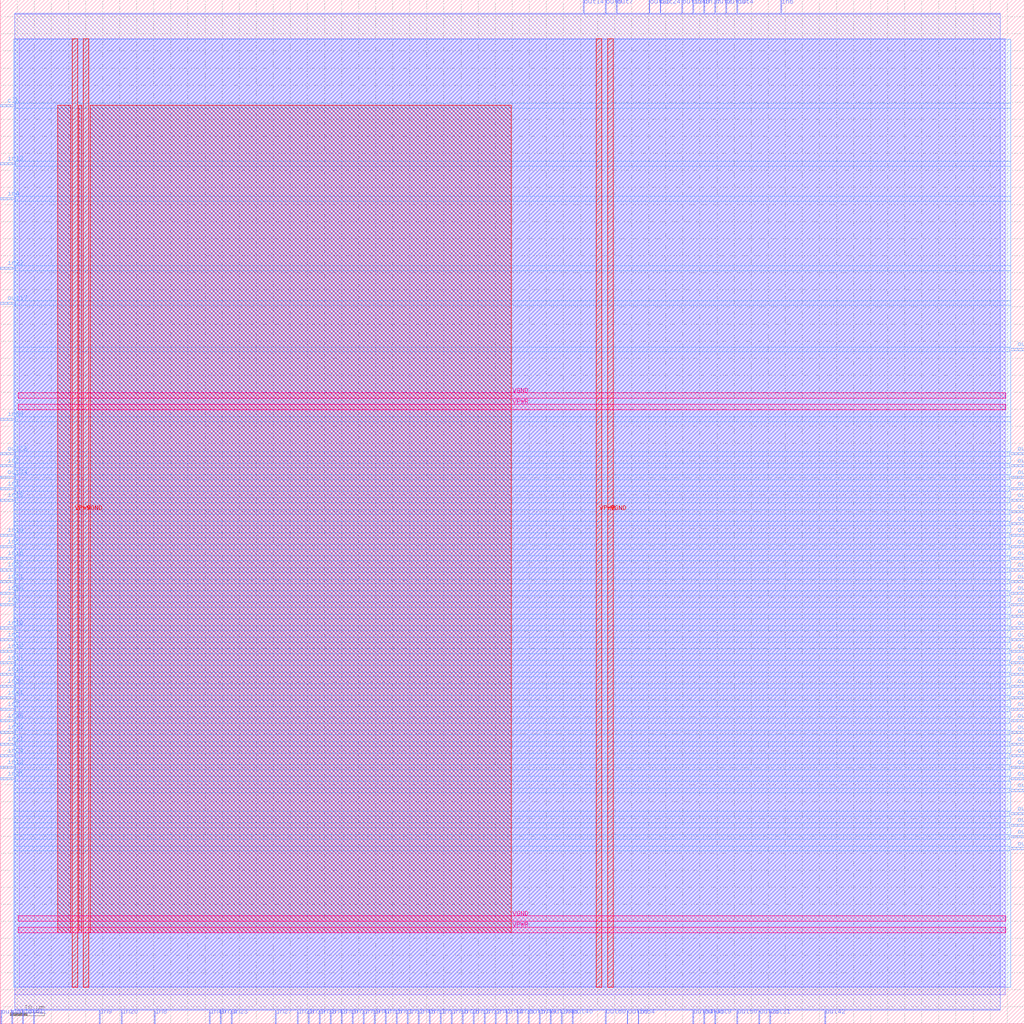
<source format=lef>
VERSION 5.7 ;
  NOWIREEXTENSIONATPIN ON ;
  DIVIDERCHAR "/" ;
  BUSBITCHARS "[]" ;
MACRO netlist_0
  CLASS BLOCK ;
  FOREIGN netlist_0 ;
  ORIGIN 0.000 0.000 ;
  SIZE 300.000 BY 300.000 ;
  PIN VGND
    DIRECTION INOUT ;
    USE GROUND ;
    PORT
      LAYER met4 ;
        RECT 24.340 10.640 25.940 288.560 ;
    END
    PORT
      LAYER met4 ;
        RECT 177.940 10.640 179.540 288.560 ;
    END
    PORT
      LAYER met5 ;
        RECT 5.280 30.030 294.640 31.630 ;
    END
    PORT
      LAYER met5 ;
        RECT 5.280 183.210 294.640 184.810 ;
    END
  END VGND
  PIN VPWR
    DIRECTION INOUT ;
    USE POWER ;
    PORT
      LAYER met4 ;
        RECT 21.040 10.640 22.640 288.560 ;
    END
    PORT
      LAYER met4 ;
        RECT 174.640 10.640 176.240 288.560 ;
    END
    PORT
      LAYER met5 ;
        RECT 5.280 26.730 294.640 28.330 ;
    END
    PORT
      LAYER met5 ;
        RECT 5.280 179.910 294.640 181.510 ;
    END
  END VPWR
  PIN clk
    DIRECTION INPUT ;
    USE SIGNAL ;
    ANTENNAGATEAREA 0.852000 ;
    ANTENNADIFFAREA 0.434700 ;
    PORT
      LAYER met3 ;
        RECT 0.000 268.640 4.000 269.240 ;
    END
  END clk
  PIN in0
    DIRECTION INPUT ;
    USE SIGNAL ;
    ANTENNAGATEAREA 0.426000 ;
    ANTENNADIFFAREA 0.434700 ;
    PORT
      LAYER met3 ;
        RECT 0.000 122.440 4.000 123.040 ;
    END
  END in0
  PIN in1
    DIRECTION INPUT ;
    USE SIGNAL ;
    ANTENNAGATEAREA 0.742500 ;
    ANTENNADIFFAREA 0.434700 ;
    PORT
      LAYER met3 ;
        RECT 0.000 156.440 4.000 157.040 ;
    END
  END in1
  PIN in10
    DIRECTION INPUT ;
    USE SIGNAL ;
    ANTENNAGATEAREA 0.196500 ;
    ANTENNADIFFAREA 0.434700 ;
    PORT
      LAYER met3 ;
        RECT 0.000 115.640 4.000 116.240 ;
    END
  END in10
  PIN in11
    DIRECTION INPUT ;
    USE SIGNAL ;
    ANTENNAGATEAREA 0.213000 ;
    ANTENNADIFFAREA 0.434700 ;
    PORT
      LAYER met3 ;
        RECT 0.000 105.440 4.000 106.040 ;
    END
  END in11
  PIN in12
    DIRECTION INPUT ;
    USE SIGNAL ;
    ANTENNAGATEAREA 0.159000 ;
    ANTENNADIFFAREA 0.434700 ;
    PORT
      LAYER met3 ;
        RECT 0.000 74.840 4.000 75.440 ;
    END
  END in12
  PIN in13
    DIRECTION INPUT ;
    USE SIGNAL ;
    ANTENNAGATEAREA 0.426000 ;
    ANTENNADIFFAREA 0.434700 ;
    PORT
      LAYER met3 ;
        RECT 0.000 251.640 4.000 252.240 ;
    END
  END in13
  PIN in14
    DIRECTION INPUT ;
    USE SIGNAL ;
    ANTENNAGATEAREA 0.196500 ;
    ANTENNADIFFAREA 0.434700 ;
    PORT
      LAYER met3 ;
        RECT 0.000 102.040 4.000 102.640 ;
    END
  END in14
  PIN in15
    DIRECTION INPUT ;
    USE SIGNAL ;
    ANTENNAGATEAREA 0.213000 ;
    ANTENNADIFFAREA 0.434700 ;
    PORT
      LAYER met3 ;
        RECT 0.000 153.040 4.000 153.640 ;
    END
  END in15
  PIN in16
    DIRECTION INPUT ;
    USE SIGNAL ;
    ANTENNAGATEAREA 0.196500 ;
    ANTENNADIFFAREA 0.434700 ;
    PORT
      LAYER met3 ;
        RECT 0.000 136.040 4.000 136.640 ;
    END
  END in16
  PIN in17
    DIRECTION INPUT ;
    USE SIGNAL ;
    ANTENNAGATEAREA 0.742500 ;
    ANTENNADIFFAREA 0.434700 ;
    PORT
      LAYER met2 ;
        RECT 206.170 296.000 206.450 300.000 ;
    END
  END in17
  PIN in18
    DIRECTION INPUT ;
    USE SIGNAL ;
    ANTENNAGATEAREA 0.159000 ;
    ANTENNADIFFAREA 0.434700 ;
    PORT
      LAYER met3 ;
        RECT 0.000 142.840 4.000 143.440 ;
    END
  END in18
  PIN in19
    DIRECTION INPUT ;
    USE SIGNAL ;
    ANTENNAGATEAREA 0.159000 ;
    ANTENNADIFFAREA 0.434700 ;
    PORT
      LAYER met3 ;
        RECT 0.000 108.840 4.000 109.440 ;
    END
  END in19
  PIN in2
    DIRECTION INPUT ;
    USE SIGNAL ;
    ANTENNAGATEAREA 0.495000 ;
    ANTENNADIFFAREA 0.434700 ;
    PORT
      LAYER met3 ;
        RECT 0.000 112.240 4.000 112.840 ;
    END
  END in2
  PIN in20
    DIRECTION INPUT ;
    USE SIGNAL ;
    ANTENNAGATEAREA 0.426000 ;
    ANTENNADIFFAREA 0.434700 ;
    PORT
      LAYER met2 ;
        RECT 35.510 0.000 35.790 4.000 ;
    END
  END in20
  PIN in21
    DIRECTION INPUT ;
    USE SIGNAL ;
    ANTENNAGATEAREA 0.196500 ;
    ANTENNADIFFAREA 0.434700 ;
    PORT
      LAYER met3 ;
        RECT 0.000 81.640 4.000 82.240 ;
    END
  END in21
  PIN in22
    DIRECTION INPUT ;
    USE SIGNAL ;
    ANTENNAGATEAREA 0.495000 ;
    ANTENNADIFFAREA 0.434700 ;
    PORT
      LAYER met3 ;
        RECT 0.000 221.040 4.000 221.640 ;
    END
  END in22
  PIN in23
    DIRECTION INPUT ;
    USE SIGNAL ;
    ANTENNAGATEAREA 0.213000 ;
    ANTENNADIFFAREA 0.434700 ;
    PORT
      LAYER met2 ;
        RECT 67.710 0.000 67.990 4.000 ;
    END
  END in23
  PIN in24
    DIRECTION INPUT ;
    USE SIGNAL ;
    ANTENNAGATEAREA 0.213000 ;
    ANTENNADIFFAREA 0.434700 ;
    PORT
      LAYER met3 ;
        RECT 0.000 78.240 4.000 78.840 ;
    END
  END in24
  PIN in25
    DIRECTION INPUT ;
    USE SIGNAL ;
    ANTENNAGATEAREA 0.196500 ;
    ANTENNADIFFAREA 0.434700 ;
    PORT
      LAYER met3 ;
        RECT 0.000 71.440 4.000 72.040 ;
    END
  END in25
  PIN in26
    DIRECTION INPUT ;
    USE SIGNAL ;
    ANTENNAGATEAREA 0.196500 ;
    ANTENNADIFFAREA 0.434700 ;
    PORT
      LAYER met2 ;
        RECT 135.330 0.000 135.610 4.000 ;
    END
  END in26
  PIN in27
    DIRECTION INPUT ;
    USE SIGNAL ;
    ANTENNAGATEAREA 0.196500 ;
    ANTENNADIFFAREA 0.434700 ;
    PORT
      LAYER met2 ;
        RECT 80.590 0.000 80.870 4.000 ;
    END
  END in27
  PIN in28
    DIRECTION INPUT ;
    USE SIGNAL ;
    ANTENNAGATEAREA 0.247500 ;
    ANTENNADIFFAREA 0.434700 ;
    PORT
      LAYER met2 ;
        RECT 87.030 0.000 87.310 4.000 ;
    END
  END in28
  PIN in29
    DIRECTION INPUT ;
    USE SIGNAL ;
    ANTENNAGATEAREA 0.196500 ;
    ANTENNADIFFAREA 0.434700 ;
    PORT
      LAYER met3 ;
        RECT 0.000 85.040 4.000 85.640 ;
    END
  END in29
  PIN in3
    DIRECTION INPUT ;
    USE SIGNAL ;
    ANTENNAGATEAREA 0.196500 ;
    ANTENNADIFFAREA 0.434700 ;
    PORT
      LAYER met3 ;
        RECT 0.000 163.240 4.000 163.840 ;
    END
  END in3
  PIN in30
    DIRECTION INPUT ;
    USE SIGNAL ;
    ANTENNAGATEAREA 0.196500 ;
    ANTENNADIFFAREA 0.434700 ;
    PORT
      LAYER met3 ;
        RECT 0.000 98.640 4.000 99.240 ;
    END
  END in30
  PIN in31
    DIRECTION INPUT ;
    USE SIGNAL ;
    ANTENNAGATEAREA 0.213000 ;
    ANTENNADIFFAREA 0.434700 ;
    PORT
      LAYER met3 ;
        RECT 0.000 129.240 4.000 129.840 ;
    END
  END in31
  PIN in32
    DIRECTION INPUT ;
    USE SIGNAL ;
    ANTENNAGATEAREA 0.213000 ;
    ANTENNADIFFAREA 0.434700 ;
    PORT
      LAYER met2 ;
        RECT 141.770 0.000 142.050 4.000 ;
    END
  END in32
  PIN in33
    DIRECTION INPUT ;
    USE SIGNAL ;
    ANTENNAGATEAREA 0.196500 ;
    ANTENNADIFFAREA 0.434700 ;
    PORT
      LAYER met3 ;
        RECT 0.000 132.640 4.000 133.240 ;
    END
  END in33
  PIN in34
    DIRECTION INPUT ;
    USE SIGNAL ;
    ANTENNAGATEAREA 0.426000 ;
    ANTENNADIFFAREA 0.434700 ;
    PORT
      LAYER met2 ;
        RECT 64.490 0.000 64.770 4.000 ;
    END
  END in34
  PIN in35
    DIRECTION INPUT ;
    USE SIGNAL ;
    ANTENNAGATEAREA 0.196500 ;
    ANTENNADIFFAREA 0.434700 ;
    PORT
      LAYER met2 ;
        RECT 151.430 0.000 151.710 4.000 ;
    END
  END in35
  PIN in36
    DIRECTION INPUT ;
    USE SIGNAL ;
    ANTENNAGATEAREA 0.196500 ;
    ANTENNADIFFAREA 0.434700 ;
    PORT
      LAYER met3 ;
        RECT 0.000 88.440 4.000 89.040 ;
    END
  END in36
  PIN in37
    DIRECTION INPUT ;
    USE SIGNAL ;
    ANTENNAGATEAREA 0.213000 ;
    ANTENNADIFFAREA 0.434700 ;
    PORT
      LAYER met2 ;
        RECT 103.130 0.000 103.410 4.000 ;
    END
  END in37
  PIN in38
    DIRECTION INPUT ;
    USE SIGNAL ;
    ANTENNAGATEAREA 0.213000 ;
    ANTENNADIFFAREA 0.434700 ;
    PORT
      LAYER met2 ;
        RECT 93.470 0.000 93.750 4.000 ;
    END
  END in38
  PIN in39
    DIRECTION INPUT ;
    USE SIGNAL ;
    ANTENNAGATEAREA 0.426000 ;
    ANTENNADIFFAREA 0.434700 ;
    PORT
      LAYER met2 ;
        RECT 90.250 0.000 90.530 4.000 ;
    END
  END in39
  PIN in4
    DIRECTION INPUT ;
    USE SIGNAL ;
    ANTENNAGATEAREA 0.426000 ;
    ANTENNADIFFAREA 0.434700 ;
    PORT
      LAYER met3 ;
        RECT 0.000 241.440 4.000 242.040 ;
    END
  END in4
  PIN in40
    DIRECTION INPUT ;
    USE SIGNAL ;
    ANTENNAGATEAREA 0.213000 ;
    ANTENNADIFFAREA 0.434700 ;
    PORT
      LAYER met2 ;
        RECT 61.270 0.000 61.550 4.000 ;
    END
  END in40
  PIN in41
    DIRECTION INPUT ;
    USE SIGNAL ;
    ANTENNAGATEAREA 0.196500 ;
    ANTENNADIFFAREA 0.434700 ;
    PORT
      LAYER met3 ;
        RECT 0.000 95.240 4.000 95.840 ;
    END
  END in41
  PIN in42
    DIRECTION INPUT ;
    USE SIGNAL ;
    ANTENNAGATEAREA 0.196500 ;
    ANTENNADIFFAREA 0.434700 ;
    PORT
      LAYER met2 ;
        RECT 144.990 0.000 145.270 4.000 ;
    END
  END in42
  PIN in43
    DIRECTION INPUT ;
    USE SIGNAL ;
    ANTENNAGATEAREA 0.196500 ;
    ANTENNADIFFAREA 0.434700 ;
    PORT
      LAYER met2 ;
        RECT 96.690 0.000 96.970 4.000 ;
    END
  END in43
  PIN in44
    DIRECTION INPUT ;
    USE SIGNAL ;
    ANTENNAGATEAREA 0.159000 ;
    ANTENNADIFFAREA 0.434700 ;
    PORT
      LAYER met2 ;
        RECT 148.210 0.000 148.490 4.000 ;
    END
  END in44
  PIN in45
    DIRECTION INPUT ;
    USE SIGNAL ;
    ANTENNAGATEAREA 0.159000 ;
    ANTENNADIFFAREA 0.434700 ;
    PORT
      LAYER met2 ;
        RECT 122.450 0.000 122.730 4.000 ;
    END
  END in45
  PIN in46
    DIRECTION INPUT ;
    USE SIGNAL ;
    ANTENNAGATEAREA 0.247500 ;
    ANTENNADIFFAREA 0.434700 ;
    PORT
      LAYER met2 ;
        RECT 164.310 0.000 164.590 4.000 ;
    END
  END in46
  PIN in47
    DIRECTION INPUT ;
    USE SIGNAL ;
    ANTENNAGATEAREA 0.213000 ;
    ANTENNADIFFAREA 0.434700 ;
    PORT
      LAYER met2 ;
        RECT 109.570 0.000 109.850 4.000 ;
    END
  END in47
  PIN in48
    DIRECTION INPUT ;
    USE SIGNAL ;
    ANTENNAGATEAREA 0.213000 ;
    ANTENNADIFFAREA 0.434700 ;
    PORT
      LAYER met2 ;
        RECT 202.950 296.000 203.230 300.000 ;
    END
  END in48
  PIN in49
    DIRECTION INPUT ;
    USE SIGNAL ;
    ANTENNAGATEAREA 0.213000 ;
    ANTENNADIFFAREA 0.434700 ;
    PORT
      LAYER met2 ;
        RECT 157.870 0.000 158.150 4.000 ;
    END
  END in49
  PIN in5
    DIRECTION INPUT ;
    USE SIGNAL ;
    ANTENNAGATEAREA 0.213000 ;
    ANTENNADIFFAREA 0.434700 ;
    PORT
      LAYER met3 ;
        RECT 0.000 139.440 4.000 140.040 ;
    END
  END in5
  PIN in50
    DIRECTION INPUT ;
    USE SIGNAL ;
    ANTENNAGATEAREA 0.247500 ;
    ANTENNADIFFAREA 0.434700 ;
    PORT
      LAYER met3 ;
        RECT 0.000 125.840 4.000 126.440 ;
    END
  END in50
  PIN in51
    DIRECTION INPUT ;
    USE SIGNAL ;
    ANTENNAGATEAREA 0.213000 ;
    ANTENNADIFFAREA 0.434700 ;
    PORT
      LAYER met2 ;
        RECT 125.670 0.000 125.950 4.000 ;
    END
  END in51
  PIN in52
    DIRECTION INPUT ;
    USE SIGNAL ;
    ANTENNAGATEAREA 0.126000 ;
    ANTENNADIFFAREA 0.434700 ;
    PORT
      LAYER met2 ;
        RECT 119.230 0.000 119.510 4.000 ;
    END
  END in52
  PIN in53
    DIRECTION INPUT ;
    USE SIGNAL ;
    ANTENNAGATEAREA 0.196500 ;
    ANTENNADIFFAREA 0.434700 ;
    PORT
      LAYER met2 ;
        RECT 138.550 0.000 138.830 4.000 ;
    END
  END in53
  PIN in54
    DIRECTION INPUT ;
    USE SIGNAL ;
    ANTENNAGATEAREA 0.213000 ;
    ANTENNADIFFAREA 0.434700 ;
    PORT
      LAYER met2 ;
        RECT 186.850 0.000 187.130 4.000 ;
    END
  END in54
  PIN in55
    DIRECTION INPUT ;
    USE SIGNAL ;
    ANTENNAGATEAREA 0.196500 ;
    ANTENNADIFFAREA 0.434700 ;
    PORT
      LAYER met2 ;
        RECT 112.790 0.000 113.070 4.000 ;
    END
  END in55
  PIN in56
    DIRECTION INPUT ;
    USE SIGNAL ;
    ANTENNAGATEAREA 0.196500 ;
    ANTENNADIFFAREA 0.434700 ;
    PORT
      LAYER met2 ;
        RECT 132.110 0.000 132.390 4.000 ;
    END
  END in56
  PIN in57
    DIRECTION INPUT ;
    USE SIGNAL ;
    ANTENNAGATEAREA 0.126000 ;
    ANTENNADIFFAREA 0.434700 ;
    PORT
      LAYER met2 ;
        RECT 128.890 0.000 129.170 4.000 ;
    END
  END in57
  PIN in58
    DIRECTION INPUT ;
    USE SIGNAL ;
    ANTENNAGATEAREA 0.213000 ;
    ANTENNADIFFAREA 0.434700 ;
    PORT
      LAYER met3 ;
        RECT 0.000 176.840 4.000 177.440 ;
    END
  END in58
  PIN in59
    DIRECTION INPUT ;
    USE SIGNAL ;
    ANTENNAGATEAREA 0.159000 ;
    ANTENNADIFFAREA 0.434700 ;
    PORT
      LAYER met2 ;
        RECT 106.350 0.000 106.630 4.000 ;
    END
  END in59
  PIN in6
    DIRECTION INPUT ;
    USE SIGNAL ;
    ANTENNAGATEAREA 0.990000 ;
    ANTENNADIFFAREA 0.434700 ;
    PORT
      LAYER met2 ;
        RECT 228.710 296.000 228.990 300.000 ;
    END
  END in6
  PIN in60
    DIRECTION INPUT ;
    USE SIGNAL ;
    ANTENNAGATEAREA 0.196500 ;
    ANTENNADIFFAREA 0.434700 ;
    PORT
      LAYER met2 ;
        RECT 99.910 0.000 100.190 4.000 ;
    END
  END in60
  PIN in61
    DIRECTION INPUT ;
    USE SIGNAL ;
    ANTENNAGATEAREA 0.213000 ;
    ANTENNADIFFAREA 0.434700 ;
    PORT
      LAYER met2 ;
        RECT 116.010 0.000 116.290 4.000 ;
    END
  END in61
  PIN in7
    DIRECTION INPUT ;
    USE SIGNAL ;
    ANTENNAGATEAREA 0.196500 ;
    ANTENNADIFFAREA 0.434700 ;
    PORT
      LAYER met3 ;
        RECT 0.000 91.840 4.000 92.440 ;
    END
  END in7
  PIN in8
    DIRECTION INPUT ;
    USE SIGNAL ;
    ANTENNAGATEAREA 0.247500 ;
    ANTENNADIFFAREA 0.434700 ;
    PORT
      LAYER met2 ;
        RECT 45.170 0.000 45.450 4.000 ;
    END
  END in8
  PIN in9
    DIRECTION INPUT ;
    USE SIGNAL ;
    ANTENNAGATEAREA 0.742500 ;
    ANTENNADIFFAREA 0.434700 ;
    PORT
      LAYER met2 ;
        RECT 29.070 0.000 29.350 4.000 ;
    END
  END in9
  PIN out0
    DIRECTION OUTPUT ;
    USE SIGNAL ;
    ANTENNADIFFAREA 0.340600 ;
    PORT
      LAYER met2 ;
        RECT 177.190 296.000 177.470 300.000 ;
    END
  END out0
  PIN out1
    DIRECTION OUTPUT ;
    USE SIGNAL ;
    ANTENNADIFFAREA 0.445500 ;
    PORT
      LAYER met3 ;
        RECT 296.000 112.240 300.000 112.840 ;
    END
  END out1
  PIN out10
    DIRECTION OUTPUT ;
    USE SIGNAL ;
    ANTENNADIFFAREA 0.340600 ;
    PORT
      LAYER met2 ;
        RECT 212.610 296.000 212.890 300.000 ;
    END
  END out10
  PIN out11
    DIRECTION OUTPUT ;
    USE SIGNAL ;
    ANTENNADIFFAREA 0.445500 ;
    PORT
      LAYER met3 ;
        RECT 296.000 197.240 300.000 197.840 ;
    END
  END out11
  PIN out12
    DIRECTION OUTPUT ;
    USE SIGNAL ;
    ANTENNADIFFAREA 0.795200 ;
    PORT
      LAYER met2 ;
        RECT 199.730 296.000 200.010 300.000 ;
    END
  END out12
  PIN out13
    DIRECTION OUTPUT ;
    USE SIGNAL ;
    ANTENNADIFFAREA 0.445500 ;
    PORT
      LAYER met3 ;
        RECT 296.000 88.440 300.000 89.040 ;
    END
  END out13
  PIN out14
    DIRECTION OUTPUT ;
    USE SIGNAL ;
    ANTENNADIFFAREA 0.795200 ;
    PORT
      LAYER met2 ;
        RECT 170.750 296.000 171.030 300.000 ;
    END
  END out14
  PIN out15
    DIRECTION OUTPUT ;
    USE SIGNAL ;
    PORT
      LAYER met2 ;
        RECT 0.090 0.000 0.370 4.000 ;
    END
  END out15
  PIN out16
    DIRECTION OUTPUT ;
    USE SIGNAL ;
    PORT
      LAYER met2 ;
        RECT 3.310 0.000 3.590 4.000 ;
    END
  END out16
  PIN out17
    DIRECTION OUTPUT ;
    USE SIGNAL ;
    ANTENNADIFFAREA 0.445500 ;
    PORT
      LAYER met3 ;
        RECT 0.000 210.840 4.000 211.440 ;
    END
  END out17
  PIN out18
    DIRECTION OUTPUT ;
    USE SIGNAL ;
    ANTENNADIFFAREA 0.340600 ;
    PORT
      LAYER met3 ;
        RECT 296.000 159.840 300.000 160.440 ;
    END
  END out18
  PIN out19
    DIRECTION OUTPUT ;
    USE SIGNAL ;
    ANTENNADIFFAREA 0.445500 ;
    PORT
      LAYER met3 ;
        RECT 296.000 54.440 300.000 55.040 ;
    END
  END out19
  PIN out2
    DIRECTION OUTPUT ;
    USE SIGNAL ;
    ANTENNADIFFAREA 0.795200 ;
    PORT
      LAYER met2 ;
        RECT 209.390 296.000 209.670 300.000 ;
    END
  END out2
  PIN out20
    DIRECTION OUTPUT ;
    USE SIGNAL ;
    ANTENNADIFFAREA 0.445500 ;
    PORT
      LAYER met3 ;
        RECT 296.000 57.840 300.000 58.440 ;
    END
  END out20
  PIN out21
    DIRECTION OUTPUT ;
    USE SIGNAL ;
    ANTENNADIFFAREA 0.340600 ;
    PORT
      LAYER met3 ;
        RECT 296.000 132.640 300.000 133.240 ;
    END
  END out21
  PIN out22
    DIRECTION OUTPUT ;
    USE SIGNAL ;
    ANTENNADIFFAREA 0.340600 ;
    PORT
      LAYER met3 ;
        RECT 296.000 129.240 300.000 129.840 ;
    END
  END out22
  PIN out23
    DIRECTION OUTPUT ;
    USE SIGNAL ;
    ANTENNADIFFAREA 0.340600 ;
    PORT
      LAYER met3 ;
        RECT 296.000 102.040 300.000 102.640 ;
    END
  END out23
  PIN out24
    DIRECTION OUTPUT ;
    USE SIGNAL ;
    ANTENNADIFFAREA 0.795200 ;
    PORT
      LAYER met2 ;
        RECT 193.290 296.000 193.570 300.000 ;
    END
  END out24
  PIN out25
    DIRECTION OUTPUT ;
    USE SIGNAL ;
    ANTENNADIFFAREA 0.340600 ;
    PORT
      LAYER met2 ;
        RECT 190.070 296.000 190.350 300.000 ;
    END
  END out25
  PIN out26
    DIRECTION OUTPUT ;
    USE SIGNAL ;
    ANTENNADIFFAREA 0.445500 ;
    PORT
      LAYER met2 ;
        RECT 222.270 0.000 222.550 4.000 ;
    END
  END out26
  PIN out27
    DIRECTION OUTPUT ;
    USE SIGNAL ;
    ANTENNADIFFAREA 0.445500 ;
    PORT
      LAYER met3 ;
        RECT 296.000 91.840 300.000 92.440 ;
    END
  END out27
  PIN out28
    DIRECTION OUTPUT ;
    USE SIGNAL ;
    ANTENNADIFFAREA 0.340600 ;
    PORT
      LAYER met3 ;
        RECT 296.000 153.040 300.000 153.640 ;
    END
  END out28
  PIN out29
    DIRECTION OUTPUT ;
    USE SIGNAL ;
    ANTENNADIFFAREA 0.445500 ;
    PORT
      LAYER met3 ;
        RECT 296.000 139.440 300.000 140.040 ;
    END
  END out29
  PIN out3
    DIRECTION OUTPUT ;
    USE SIGNAL ;
    ANTENNADIFFAREA 0.445500 ;
    PORT
      LAYER met3 ;
        RECT 296.000 51.040 300.000 51.640 ;
    END
  END out3
  PIN out30
    DIRECTION OUTPUT ;
    USE SIGNAL ;
    ANTENNADIFFAREA 0.445500 ;
    PORT
      LAYER met2 ;
        RECT 161.090 0.000 161.370 4.000 ;
    END
  END out30
  PIN out31
    DIRECTION OUTPUT ;
    USE SIGNAL ;
    ANTENNADIFFAREA 0.445500 ;
    PORT
      LAYER met2 ;
        RECT 225.490 0.000 225.770 4.000 ;
    END
  END out31
  PIN out32
    DIRECTION OUTPUT ;
    USE SIGNAL ;
    ANTENNADIFFAREA 0.445500 ;
    PORT
      LAYER met3 ;
        RECT 0.000 166.640 4.000 167.240 ;
    END
  END out32
  PIN out33
    DIRECTION OUTPUT ;
    USE SIGNAL ;
    ANTENNADIFFAREA 0.340600 ;
    PORT
      LAYER met3 ;
        RECT 296.000 146.240 300.000 146.840 ;
    END
  END out33
  PIN out34
    DIRECTION OUTPUT ;
    USE SIGNAL ;
    ANTENNADIFFAREA 0.445500 ;
    PORT
      LAYER met3 ;
        RECT 0.000 159.840 4.000 160.440 ;
    END
  END out34
  PIN out35
    DIRECTION OUTPUT ;
    USE SIGNAL ;
    ANTENNADIFFAREA 0.445500 ;
    PORT
      LAYER met3 ;
        RECT 296.000 71.440 300.000 72.040 ;
    END
  END out35
  PIN out36
    DIRECTION OUTPUT ;
    USE SIGNAL ;
    ANTENNADIFFAREA 0.340600 ;
    PORT
      LAYER met3 ;
        RECT 296.000 149.640 300.000 150.240 ;
    END
  END out36
  PIN out37
    DIRECTION OUTPUT ;
    USE SIGNAL ;
    ANTENNADIFFAREA 0.340600 ;
    PORT
      LAYER met3 ;
        RECT 296.000 119.040 300.000 119.640 ;
    END
  END out37
  PIN out38
    DIRECTION OUTPUT ;
    USE SIGNAL ;
    ANTENNADIFFAREA 0.340600 ;
    PORT
      LAYER met3 ;
        RECT 296.000 163.240 300.000 163.840 ;
    END
  END out38
  PIN out39
    DIRECTION OUTPUT ;
    USE SIGNAL ;
    ANTENNADIFFAREA 0.445500 ;
    PORT
      LAYER met3 ;
        RECT 296.000 156.440 300.000 157.040 ;
    END
  END out39
  PIN out4
    DIRECTION OUTPUT ;
    USE SIGNAL ;
    ANTENNADIFFAREA 0.340600 ;
    PORT
      LAYER met2 ;
        RECT 215.830 296.000 216.110 300.000 ;
    END
  END out4
  PIN out40
    DIRECTION OUTPUT ;
    USE SIGNAL ;
    ANTENNADIFFAREA 0.445500 ;
    PORT
      LAYER met2 ;
        RECT 167.530 0.000 167.810 4.000 ;
    END
  END out40
  PIN out41
    DIRECTION OUTPUT ;
    USE SIGNAL ;
    PORT
      LAYER met2 ;
        RECT 6.530 0.000 6.810 4.000 ;
    END
  END out41
  PIN out42
    DIRECTION OUTPUT ;
    USE SIGNAL ;
    ANTENNADIFFAREA 0.445500 ;
    PORT
      LAYER met2 ;
        RECT 241.590 0.000 241.870 4.000 ;
    END
  END out42
  PIN out43
    DIRECTION OUTPUT ;
    USE SIGNAL ;
    ANTENNADIFFAREA 0.445500 ;
    PORT
      LAYER met3 ;
        RECT 296.000 78.240 300.000 78.840 ;
    END
  END out43
  PIN out44
    DIRECTION OUTPUT ;
    USE SIGNAL ;
    ANTENNADIFFAREA 0.445500 ;
    PORT
      LAYER met3 ;
        RECT 296.000 95.240 300.000 95.840 ;
    END
  END out44
  PIN out45
    DIRECTION OUTPUT ;
    USE SIGNAL ;
    ANTENNADIFFAREA 0.445500 ;
    PORT
      LAYER met2 ;
        RECT 206.170 0.000 206.450 4.000 ;
    END
  END out45
  PIN out46
    DIRECTION OUTPUT ;
    USE SIGNAL ;
    ANTENNADIFFAREA 0.445500 ;
    PORT
      LAYER met3 ;
        RECT 296.000 166.640 300.000 167.240 ;
    END
  END out46
  PIN out47
    DIRECTION OUTPUT ;
    USE SIGNAL ;
    ANTENNADIFFAREA 0.445500 ;
    PORT
      LAYER met3 ;
        RECT 296.000 115.640 300.000 116.240 ;
    END
  END out47
  PIN out48
    DIRECTION OUTPUT ;
    USE SIGNAL ;
    ANTENNADIFFAREA 0.340600 ;
    PORT
      LAYER met3 ;
        RECT 296.000 105.440 300.000 106.040 ;
    END
  END out48
  PIN out49
    DIRECTION OUTPUT ;
    USE SIGNAL ;
    ANTENNADIFFAREA 0.445500 ;
    PORT
      LAYER met3 ;
        RECT 296.000 68.040 300.000 68.640 ;
    END
  END out49
  PIN out5
    DIRECTION OUTPUT ;
    USE SIGNAL ;
    ANTENNADIFFAREA 0.445500 ;
    PORT
      LAYER met3 ;
        RECT 296.000 61.240 300.000 61.840 ;
    END
  END out5
  PIN out50
    DIRECTION OUTPUT ;
    USE SIGNAL ;
    ANTENNADIFFAREA 0.445500 ;
    PORT
      LAYER met2 ;
        RECT 215.830 0.000 216.110 4.000 ;
    END
  END out50
  PIN out51
    DIRECTION OUTPUT ;
    USE SIGNAL ;
    ANTENNADIFFAREA 0.445500 ;
    PORT
      LAYER met3 ;
        RECT 296.000 125.840 300.000 126.440 ;
    END
  END out51
  PIN out52
    DIRECTION OUTPUT ;
    USE SIGNAL ;
    ANTENNADIFFAREA 0.445500 ;
    PORT
      LAYER met3 ;
        RECT 296.000 98.640 300.000 99.240 ;
    END
  END out52
  PIN out53
    DIRECTION OUTPUT ;
    USE SIGNAL ;
    ANTENNADIFFAREA 0.445500 ;
    PORT
      LAYER met3 ;
        RECT 296.000 85.040 300.000 85.640 ;
    END
  END out53
  PIN out54
    DIRECTION OUTPUT ;
    USE SIGNAL ;
    ANTENNADIFFAREA 0.445500 ;
    PORT
      LAYER met2 ;
        RECT 202.950 0.000 203.230 4.000 ;
    END
  END out54
  PIN out55
    DIRECTION OUTPUT ;
    USE SIGNAL ;
    ANTENNADIFFAREA 0.445500 ;
    PORT
      LAYER met3 ;
        RECT 296.000 108.840 300.000 109.440 ;
    END
  END out55
  PIN out56
    DIRECTION OUTPUT ;
    USE SIGNAL ;
    ANTENNADIFFAREA 0.445500 ;
    PORT
      LAYER met2 ;
        RECT 183.630 0.000 183.910 4.000 ;
    END
  END out56
  PIN out57
    DIRECTION OUTPUT ;
    USE SIGNAL ;
    ANTENNADIFFAREA 0.445500 ;
    PORT
      LAYER met2 ;
        RECT 154.650 0.000 154.930 4.000 ;
    END
  END out57
  PIN out58
    DIRECTION OUTPUT ;
    USE SIGNAL ;
    ANTENNADIFFAREA 0.445500 ;
    PORT
      LAYER met3 ;
        RECT 296.000 81.640 300.000 82.240 ;
    END
  END out58
  PIN out59
    DIRECTION OUTPUT ;
    USE SIGNAL ;
    ANTENNADIFFAREA 0.445500 ;
    PORT
      LAYER met3 ;
        RECT 296.000 74.840 300.000 75.440 ;
    END
  END out59
  PIN out6
    DIRECTION OUTPUT ;
    USE SIGNAL ;
    ANTENNADIFFAREA 0.445500 ;
    PORT
      LAYER met3 ;
        RECT 296.000 136.040 300.000 136.640 ;
    END
  END out6
  PIN out60
    DIRECTION OUTPUT ;
    USE SIGNAL ;
    ANTENNADIFFAREA 0.340600 ;
    PORT
      LAYER met2 ;
        RECT 177.190 0.000 177.470 4.000 ;
    END
  END out60
  PIN out61
    DIRECTION OUTPUT ;
    USE SIGNAL ;
    ANTENNADIFFAREA 0.340600 ;
    PORT
      LAYER met3 ;
        RECT 296.000 122.440 300.000 123.040 ;
    END
  END out61
  PIN out7
    DIRECTION OUTPUT ;
    USE SIGNAL ;
    ANTENNADIFFAREA 0.795200 ;
    PORT
      LAYER met2 ;
        RECT 180.410 296.000 180.690 300.000 ;
    END
  END out7
  PIN out8
    DIRECTION OUTPUT ;
    USE SIGNAL ;
    ANTENNADIFFAREA 0.340600 ;
    PORT
      LAYER met3 ;
        RECT 296.000 142.840 300.000 143.440 ;
    END
  END out8
  PIN out9
    DIRECTION OUTPUT ;
    USE SIGNAL ;
    ANTENNADIFFAREA 0.445500 ;
    PORT
      LAYER met2 ;
        RECT 209.390 0.000 209.670 4.000 ;
    END
  END out9
  PIN rst
    DIRECTION INPUT ;
    USE SIGNAL ;
    PORT
      LAYER met2 ;
        RECT 9.750 0.000 10.030 4.000 ;
    END
  END rst
  OBS
      LAYER li1 ;
        RECT 5.520 10.795 294.400 288.405 ;
      LAYER met1 ;
        RECT 4.210 8.540 294.400 288.560 ;
      LAYER met2 ;
        RECT 4.230 295.720 170.470 296.000 ;
        RECT 171.310 295.720 176.910 296.000 ;
        RECT 177.750 295.720 180.130 296.000 ;
        RECT 180.970 295.720 189.790 296.000 ;
        RECT 190.630 295.720 193.010 296.000 ;
        RECT 193.850 295.720 199.450 296.000 ;
        RECT 200.290 295.720 202.670 296.000 ;
        RECT 203.510 295.720 205.890 296.000 ;
        RECT 206.730 295.720 209.110 296.000 ;
        RECT 209.950 295.720 212.330 296.000 ;
        RECT 213.170 295.720 215.550 296.000 ;
        RECT 216.390 295.720 228.430 296.000 ;
        RECT 229.270 295.720 292.930 296.000 ;
        RECT 4.230 4.280 292.930 295.720 ;
        RECT 4.230 4.000 6.250 4.280 ;
        RECT 7.090 4.000 9.470 4.280 ;
        RECT 10.310 4.000 28.790 4.280 ;
        RECT 29.630 4.000 35.230 4.280 ;
        RECT 36.070 4.000 44.890 4.280 ;
        RECT 45.730 4.000 60.990 4.280 ;
        RECT 61.830 4.000 64.210 4.280 ;
        RECT 65.050 4.000 67.430 4.280 ;
        RECT 68.270 4.000 80.310 4.280 ;
        RECT 81.150 4.000 86.750 4.280 ;
        RECT 87.590 4.000 89.970 4.280 ;
        RECT 90.810 4.000 93.190 4.280 ;
        RECT 94.030 4.000 96.410 4.280 ;
        RECT 97.250 4.000 99.630 4.280 ;
        RECT 100.470 4.000 102.850 4.280 ;
        RECT 103.690 4.000 106.070 4.280 ;
        RECT 106.910 4.000 109.290 4.280 ;
        RECT 110.130 4.000 112.510 4.280 ;
        RECT 113.350 4.000 115.730 4.280 ;
        RECT 116.570 4.000 118.950 4.280 ;
        RECT 119.790 4.000 122.170 4.280 ;
        RECT 123.010 4.000 125.390 4.280 ;
        RECT 126.230 4.000 128.610 4.280 ;
        RECT 129.450 4.000 131.830 4.280 ;
        RECT 132.670 4.000 135.050 4.280 ;
        RECT 135.890 4.000 138.270 4.280 ;
        RECT 139.110 4.000 141.490 4.280 ;
        RECT 142.330 4.000 144.710 4.280 ;
        RECT 145.550 4.000 147.930 4.280 ;
        RECT 148.770 4.000 151.150 4.280 ;
        RECT 151.990 4.000 154.370 4.280 ;
        RECT 155.210 4.000 157.590 4.280 ;
        RECT 158.430 4.000 160.810 4.280 ;
        RECT 161.650 4.000 164.030 4.280 ;
        RECT 164.870 4.000 167.250 4.280 ;
        RECT 168.090 4.000 176.910 4.280 ;
        RECT 177.750 4.000 183.350 4.280 ;
        RECT 184.190 4.000 186.570 4.280 ;
        RECT 187.410 4.000 202.670 4.280 ;
        RECT 203.510 4.000 205.890 4.280 ;
        RECT 206.730 4.000 209.110 4.280 ;
        RECT 209.950 4.000 215.550 4.280 ;
        RECT 216.390 4.000 221.990 4.280 ;
        RECT 222.830 4.000 225.210 4.280 ;
        RECT 226.050 4.000 241.310 4.280 ;
        RECT 242.150 4.000 292.930 4.280 ;
      LAYER met3 ;
        RECT 3.990 269.640 296.000 288.485 ;
        RECT 4.400 268.240 296.000 269.640 ;
        RECT 3.990 252.640 296.000 268.240 ;
        RECT 4.400 251.240 296.000 252.640 ;
        RECT 3.990 242.440 296.000 251.240 ;
        RECT 4.400 241.040 296.000 242.440 ;
        RECT 3.990 222.040 296.000 241.040 ;
        RECT 4.400 220.640 296.000 222.040 ;
        RECT 3.990 211.840 296.000 220.640 ;
        RECT 4.400 210.440 296.000 211.840 ;
        RECT 3.990 198.240 296.000 210.440 ;
        RECT 3.990 196.840 295.600 198.240 ;
        RECT 3.990 177.840 296.000 196.840 ;
        RECT 4.400 176.440 296.000 177.840 ;
        RECT 3.990 167.640 296.000 176.440 ;
        RECT 4.400 166.240 295.600 167.640 ;
        RECT 3.990 164.240 296.000 166.240 ;
        RECT 4.400 162.840 295.600 164.240 ;
        RECT 3.990 160.840 296.000 162.840 ;
        RECT 4.400 159.440 295.600 160.840 ;
        RECT 3.990 157.440 296.000 159.440 ;
        RECT 4.400 156.040 295.600 157.440 ;
        RECT 3.990 154.040 296.000 156.040 ;
        RECT 4.400 152.640 295.600 154.040 ;
        RECT 3.990 150.640 296.000 152.640 ;
        RECT 3.990 149.240 295.600 150.640 ;
        RECT 3.990 147.240 296.000 149.240 ;
        RECT 3.990 145.840 295.600 147.240 ;
        RECT 3.990 143.840 296.000 145.840 ;
        RECT 4.400 142.440 295.600 143.840 ;
        RECT 3.990 140.440 296.000 142.440 ;
        RECT 4.400 139.040 295.600 140.440 ;
        RECT 3.990 137.040 296.000 139.040 ;
        RECT 4.400 135.640 295.600 137.040 ;
        RECT 3.990 133.640 296.000 135.640 ;
        RECT 4.400 132.240 295.600 133.640 ;
        RECT 3.990 130.240 296.000 132.240 ;
        RECT 4.400 128.840 295.600 130.240 ;
        RECT 3.990 126.840 296.000 128.840 ;
        RECT 4.400 125.440 295.600 126.840 ;
        RECT 3.990 123.440 296.000 125.440 ;
        RECT 4.400 122.040 295.600 123.440 ;
        RECT 3.990 120.040 296.000 122.040 ;
        RECT 3.990 118.640 295.600 120.040 ;
        RECT 3.990 116.640 296.000 118.640 ;
        RECT 4.400 115.240 295.600 116.640 ;
        RECT 3.990 113.240 296.000 115.240 ;
        RECT 4.400 111.840 295.600 113.240 ;
        RECT 3.990 109.840 296.000 111.840 ;
        RECT 4.400 108.440 295.600 109.840 ;
        RECT 3.990 106.440 296.000 108.440 ;
        RECT 4.400 105.040 295.600 106.440 ;
        RECT 3.990 103.040 296.000 105.040 ;
        RECT 4.400 101.640 295.600 103.040 ;
        RECT 3.990 99.640 296.000 101.640 ;
        RECT 4.400 98.240 295.600 99.640 ;
        RECT 3.990 96.240 296.000 98.240 ;
        RECT 4.400 94.840 295.600 96.240 ;
        RECT 3.990 92.840 296.000 94.840 ;
        RECT 4.400 91.440 295.600 92.840 ;
        RECT 3.990 89.440 296.000 91.440 ;
        RECT 4.400 88.040 295.600 89.440 ;
        RECT 3.990 86.040 296.000 88.040 ;
        RECT 4.400 84.640 295.600 86.040 ;
        RECT 3.990 82.640 296.000 84.640 ;
        RECT 4.400 81.240 295.600 82.640 ;
        RECT 3.990 79.240 296.000 81.240 ;
        RECT 4.400 77.840 295.600 79.240 ;
        RECT 3.990 75.840 296.000 77.840 ;
        RECT 4.400 74.440 295.600 75.840 ;
        RECT 3.990 72.440 296.000 74.440 ;
        RECT 4.400 71.040 295.600 72.440 ;
        RECT 3.990 69.040 296.000 71.040 ;
        RECT 3.990 67.640 295.600 69.040 ;
        RECT 3.990 62.240 296.000 67.640 ;
        RECT 3.990 60.840 295.600 62.240 ;
        RECT 3.990 58.840 296.000 60.840 ;
        RECT 3.990 57.440 295.600 58.840 ;
        RECT 3.990 55.440 296.000 57.440 ;
        RECT 3.990 54.040 295.600 55.440 ;
        RECT 3.990 52.040 296.000 54.040 ;
        RECT 3.990 50.640 295.600 52.040 ;
        RECT 3.990 10.715 296.000 50.640 ;
      LAYER met4 ;
        RECT 16.855 26.695 20.640 269.105 ;
        RECT 23.040 26.695 23.940 269.105 ;
        RECT 26.340 26.695 149.665 269.105 ;
  END
END netlist_0
END LIBRARY


</source>
